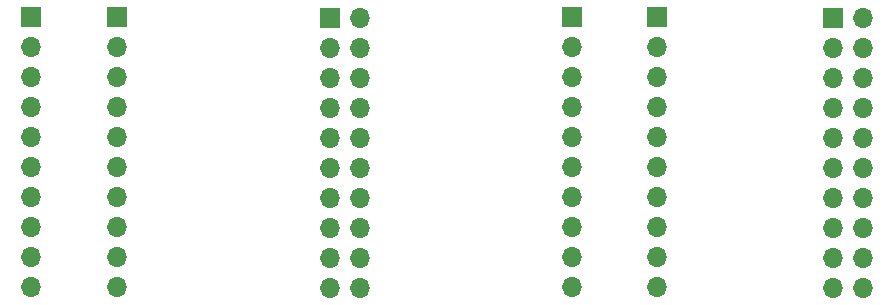
<source format=gbs>
%TF.GenerationSoftware,KiCad,Pcbnew,9.0.0*%
%TF.CreationDate,2025-09-23T12:44:31-04:00*%
%TF.ProjectId,CSC202_LP_MSPM0G3507_3TERM_BREAKOUT,43534332-3032-45f4-9c50-5f4d53504d30,rev?*%
%TF.SameCoordinates,Original*%
%TF.FileFunction,Soldermask,Bot*%
%TF.FilePolarity,Negative*%
%FSLAX46Y46*%
G04 Gerber Fmt 4.6, Leading zero omitted, Abs format (unit mm)*
G04 Created by KiCad (PCBNEW 9.0.0) date 2025-09-23 12:44:31*
%MOMM*%
%LPD*%
G01*
G04 APERTURE LIST*
%ADD10O,1.700000X1.700000*%
%ADD11R,1.700000X1.700000*%
G04 APERTURE END LIST*
D10*
%TO.C,J2*%
X171225369Y-110124556D03*
X171225369Y-107584556D03*
X171225369Y-105044556D03*
X171225369Y-102504556D03*
X171225369Y-99964556D03*
X171225369Y-97424556D03*
X171225369Y-94884556D03*
X171225369Y-92344556D03*
X171225369Y-89804556D03*
X171225369Y-87264556D03*
X168685369Y-110124556D03*
X168685369Y-107584556D03*
X168685369Y-105044556D03*
X168685369Y-102504556D03*
X168685369Y-99964556D03*
X168685369Y-97424556D03*
X168685369Y-94884556D03*
X168685369Y-92344556D03*
X168685369Y-89804556D03*
D11*
X168685369Y-87264556D03*
%TD*%
%TO.C,J1*%
X126141369Y-87264556D03*
D10*
X126141369Y-89804556D03*
X126141369Y-92344556D03*
X126141369Y-94884556D03*
X126141369Y-97424556D03*
X126141369Y-99964556D03*
X126141369Y-102504556D03*
X126141369Y-105044556D03*
X126141369Y-107584556D03*
X126141369Y-110124556D03*
X128681369Y-87264556D03*
X128681369Y-89804556D03*
X128681369Y-92344556D03*
X128681369Y-94884556D03*
X128681369Y-97424556D03*
X128681369Y-99964556D03*
X128681369Y-102504556D03*
X128681369Y-105044556D03*
X128681369Y-107584556D03*
X128681369Y-110124556D03*
%TD*%
%TO.C,J4*%
X108086469Y-110080000D03*
X108086469Y-107540000D03*
X108086469Y-105000000D03*
X108086469Y-102460000D03*
X108086469Y-99920000D03*
X108086469Y-97380000D03*
X108086469Y-94840000D03*
X108086469Y-92300000D03*
X108086469Y-89760000D03*
D11*
X108086469Y-87220000D03*
%TD*%
D10*
%TO.C,J6*%
X153836469Y-110080000D03*
X153836469Y-107540000D03*
X153836469Y-105000000D03*
X153836469Y-102460000D03*
X153836469Y-99920000D03*
X153836469Y-97380000D03*
X153836469Y-94840000D03*
X153836469Y-92300000D03*
X153836469Y-89760000D03*
D11*
X153836469Y-87220000D03*
%TD*%
D10*
%TO.C,J3*%
X100836469Y-110080000D03*
X100836469Y-107540000D03*
X100836469Y-105000000D03*
X100836469Y-102460000D03*
X100836469Y-99920000D03*
X100836469Y-97380000D03*
X100836469Y-94840000D03*
X100836469Y-92300000D03*
X100836469Y-89760000D03*
D11*
X100836469Y-87220000D03*
%TD*%
D10*
%TO.C,J5*%
X146586469Y-110080000D03*
X146586469Y-107540000D03*
X146586469Y-105000000D03*
X146586469Y-102460000D03*
X146586469Y-99920000D03*
X146586469Y-97380000D03*
X146586469Y-94840000D03*
X146586469Y-92300000D03*
X146586469Y-89760000D03*
D11*
X146586469Y-87220000D03*
%TD*%
M02*

</source>
